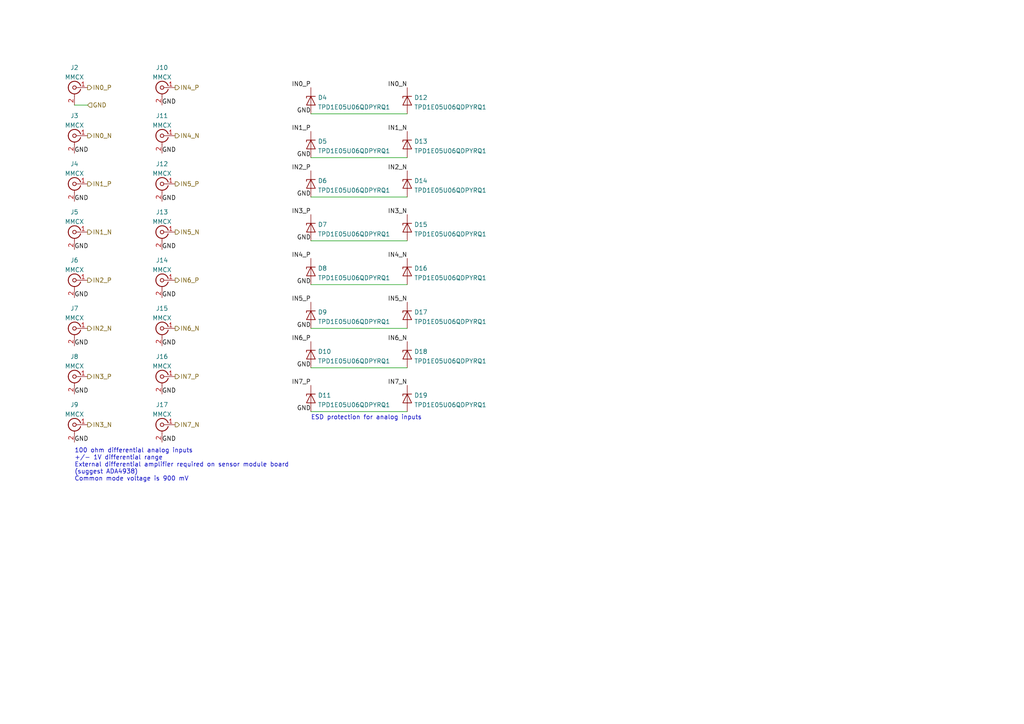
<source format=kicad_sch>
(kicad_sch (version 20211123) (generator eeschema)
  (paper "A4")
  (title_block (title "Digitizer board") (date "2023-01-29") (rev "0.1") (company "A. Zonenberg"))
  (lib_symbols
    (symbol "conn:CONN_COAXIAL" (pin_names (offset 1.016) hide)
      (property "Reference" "J" (at 0.254 3.048 0))
      (property "Value" "CONN_COAXIAL" (at 2.921 0 90))
      (symbol "CONN_COAXIAL_0_1"
        (arc (start -1.778 -0.508) (mid 0.222 -1.808) (end 1.778 0) (stroke (width 0.254)))
        (polyline (pts (xy -1.27 0) (xy -0.508 0)))
        (polyline (pts (xy 0 -2.54) (xy 0 -1.778)))
        (circle (center 0 0) (radius 0.508) (stroke (width 0.2032)))
        (arc (start 1.778 0) (mid 0.222 1.8083) (end -1.778 0.508) (stroke (width 0.254)))
      )
      (symbol "CONN_COAXIAL_1_1"
        (pin passive line (at -3.81 0 0) (length 2.54) (name "In") (number "1"))
        (pin passive line (at 0 -5.08 90) (length 2.54) (name "Ext") (number "2"))
      )
    )
    (symbol "device:D_Zener" (pin_numbers hide) (pin_names (offset 1.016) hide)
      (property "Reference" "D" (at 0 2.54 0))
      (property "Value" "D_Zener" (at 0 -2.54 0))
      (symbol "D_Zener_0_1"
        (polyline (pts (xy 1.27 0) (xy -1.27 0)))
        (polyline (pts (xy -1.27 -1.27) (xy -1.27 1.27) (xy -0.762 1.27)) (stroke (width 0.2032)))
        (polyline (pts (xy 1.27 -1.27) (xy 1.27 1.27) (xy -1.27 0) (xy 1.27 -1.27)) (stroke (width 0.2032)))
      )
      (symbol "D_Zener_1_1"
        (pin passive line (at -3.81 0 0) (length 2.54) (name "K") (number "1"))
        (pin passive line (at 3.81 0 180) (length 2.54) (name "A") (number "2"))
      )
    )
  )
  (wire (pts (xy 90.17 69.85) (xy 118.11 69.85)))
  (wire (pts (xy 90.17 45.72) (xy 118.11 45.72)))
  (wire (pts (xy 90.17 95.25) (xy 118.11 95.25)))
  (wire (pts (xy 90.17 57.15) (xy 118.11 57.15)))
  (wire (pts (xy 90.17 119.38) (xy 118.11 119.38)))
  (wire (pts (xy 90.17 106.68) (xy 118.11 106.68)))
  (wire (pts (xy 21.59 30.48) (xy 25.4 30.48)))
  (wire (pts (xy 90.17 82.55) (xy 118.11 82.55)))
  (wire (pts (xy 90.17 33.02) (xy 118.11 33.02)))
  (text "100 ohm differential analog inputs\n+/- 1V differential range\nExternal differential amplifier required on sensor module board\n(suggest ADA4938)\nCommon mode voltage is 900 mV" (at 21.59 139.7 0) (effects (font (size 1.27 1.27)) (justify left bottom)))
  (text "ESD protection for analog inputs" (at 90.17 121.92 0) (effects (font (size 1.27 1.27)) (justify left bottom)))
  (label "GND" (at 46.99 30.48 0))
  (label "GND" (at 46.99 72.39 0))
  (label "GND" (at 46.99 128.27 0))
  (label "GND" (at 90.17 45.72 180))
  (label "IN4_P" (at 90.17 74.93 180))
  (label "GND" (at 90.17 106.68 180))
  (label "GND" (at 90.17 33.02 180))
  (label "GND" (at 46.99 100.33 0))
  (label "GND" (at 21.59 100.33 0))
  (label "GND" (at 90.17 57.15 180))
  (label "GND" (at 21.59 72.39 0))
  (label "GND" (at 21.59 58.42 0))
  (label "IN6_N" (at 118.11 99.06 180))
  (label "IN7_N" (at 118.11 111.76 180))
  (label "IN1_P" (at 90.17 38.1 180))
  (label "GND" (at 90.17 82.55 180))
  (label "GND" (at 46.99 86.36 0))
  (label "IN3_N" (at 118.11 62.23 180))
  (label "GND" (at 21.59 128.27 0))
  (label "GND" (at 46.99 58.42 0))
  (label "GND" (at 90.17 95.25 180))
  (label "IN4_N" (at 118.11 74.93 180))
  (label "GND" (at 46.99 114.3 0))
  (label "IN5_P" (at 90.17 87.63 180))
  (label "IN3_P" (at 90.17 62.23 180))
  (label "GND" (at 90.17 69.85 180))
  (label "GND" (at 90.17 119.38 180))
  (label "GND" (at 21.59 114.3 0))
  (label "GND" (at 21.59 44.45 0))
  (label "IN6_P" (at 90.17 99.06 180))
  (label "IN2_P" (at 90.17 49.53 180))
  (label "IN5_N" (at 118.11 87.63 180))
  (label "GND" (at 21.59 86.36 0))
  (label "IN2_N" (at 118.11 49.53 180))
  (label "IN7_P" (at 90.17 111.76 180))
  (label "IN0_N" (at 118.11 25.4 180))
  (label "IN1_N" (at 118.11 38.1 180))
  (label "IN0_P" (at 90.17 25.4 180))
  (label "GND" (at 46.99 44.45 0))
  (hierarchical_label "IN6_P" (shape output) (at 50.8 81.28 0))
  (hierarchical_label "IN2_N" (shape output) (at 25.4 95.25 0))
  (hierarchical_label "IN4_P" (shape output) (at 50.8 25.4 0))
  (hierarchical_label "IN7_N" (shape output) (at 50.8 123.19 0))
  (hierarchical_label "GND" (shape input) (at 25.4 30.48 0))
  (hierarchical_label "IN5_P" (shape output) (at 50.8 53.34 0))
  (hierarchical_label "IN1_N" (shape output) (at 25.4 67.31 0))
  (hierarchical_label "IN3_P" (shape output) (at 25.4 109.22 0))
  (hierarchical_label "IN7_P" (shape output) (at 50.8 109.22 0))
  (hierarchical_label "IN2_P" (shape output) (at 25.4 81.28 0))
  (hierarchical_label "IN3_N" (shape output) (at 25.4 123.19 0))
  (hierarchical_label "IN0_N" (shape output) (at 25.4 39.37 0))
  (hierarchical_label "IN6_N" (shape output) (at 50.8 95.25 0))
  (hierarchical_label "IN5_N" (shape output) (at 50.8 67.31 0))
  (hierarchical_label "IN1_P" (shape output) (at 25.4 53.34 0))
  (hierarchical_label "IN0_P" (shape output) (at 25.4 25.4 0))
  (hierarchical_label "IN4_N" (shape output) (at 50.8 39.37 0))
  (symbol (lib_id "conn:CONN_COAXIAL") (at 46.99 123.19 0) (mirror y) (unit 1)
    (property "Reference" "J17" (at 46.9899 117.3969 0))
    (property "Value" "MMCX" (at 46.9899 120.172 0))
    (property "Footprint" "azonenberg_pcb:CONN_MMCX_J_P_H_ST_EM1" (effects hide))
  )
  (symbol (lib_id "conn:CONN_COAXIAL") (at 21.59 53.34 0) (mirror y) (unit 1)
    (property "Reference" "J4" (at 21.5899 47.5469 0))
    (property "Value" "MMCX" (at 21.5899 50.322 0))
    (property "Footprint" "azonenberg_pcb:CONN_MMCX_J_P_H_ST_EM1" (effects hide))
  )
  (symbol (lib_id "conn:CONN_COAXIAL") (at 46.99 25.4 0) (mirror y) (unit 1)
    (property "Reference" "J10" (at 46.9899 19.6069 0))
    (property "Value" "MMCX" (at 46.9899 22.382 0))
    (property "Footprint" "azonenberg_pcb:CONN_MMCX_J_P_H_ST_EM1" (effects hide))
  )
  (symbol (lib_id "device:D_Zener") (at 118.11 66.04 90) (mirror x) (unit 1)
    (property "Reference" "D15" (at 120.1166 65.1315 90) (effects (justify right)))
    (property "Value" "TPD1E05U06QDPYRQ1" (at 120.1166 67.9066 90) (effects (justify right)))
    (property "Footprint" "azonenberg_pcb:DFN_2_1x0.6_TI_DPY" (effects hide))
    (property "Datasheet" "https://en.wikipedia.org/wiki/Zener_diode" (effects hide))
  )
  (symbol (lib_id "device:D_Zener") (at 118.11 102.87 90) (mirror x) (unit 1)
    (property "Reference" "D18" (at 120.1166 101.9615 90) (effects (justify right)))
    (property "Value" "TPD1E05U06QDPYRQ1" (at 120.1166 104.7366 90) (effects (justify right)))
    (property "Footprint" "azonenberg_pcb:DFN_2_1x0.6_TI_DPY" (effects hide))
    (property "Datasheet" "https://en.wikipedia.org/wiki/Zener_diode" (effects hide))
  )
  (symbol (lib_id "conn:CONN_COAXIAL") (at 46.99 109.22 0) (mirror y) (unit 1)
    (property "Reference" "J16" (at 46.9899 103.4269 0))
    (property "Value" "MMCX" (at 46.9899 106.202 0))
    (property "Footprint" "azonenberg_pcb:CONN_MMCX_J_P_H_ST_EM1" (effects hide))
  )
  (symbol (lib_id "conn:CONN_COAXIAL") (at 21.59 39.37 0) (mirror y) (unit 1)
    (property "Reference" "J3" (at 21.5899 33.5769 0))
    (property "Value" "MMCX" (at 21.5899 36.352 0))
    (property "Footprint" "azonenberg_pcb:CONN_MMCX_J_P_H_ST_EM1" (effects hide))
  )
  (symbol (lib_id "device:D_Zener") (at 118.11 53.34 90) (mirror x) (unit 1)
    (property "Reference" "D14" (at 120.1166 52.4315 90) (effects (justify right)))
    (property "Value" "TPD1E05U06QDPYRQ1" (at 120.1166 55.2066 90) (effects (justify right)))
    (property "Footprint" "azonenberg_pcb:DFN_2_1x0.6_TI_DPY" (effects hide))
    (property "Datasheet" "https://en.wikipedia.org/wiki/Zener_diode" (effects hide))
  )
  (symbol (lib_id "device:D_Zener") (at 118.11 91.44 90) (mirror x) (unit 1)
    (property "Reference" "D17" (at 120.1166 90.5315 90) (effects (justify right)))
    (property "Value" "TPD1E05U06QDPYRQ1" (at 120.1166 93.3066 90) (effects (justify right)))
    (property "Footprint" "azonenberg_pcb:DFN_2_1x0.6_TI_DPY" (effects hide))
    (property "Datasheet" "https://en.wikipedia.org/wiki/Zener_diode" (effects hide))
  )
  (symbol (lib_id "device:D_Zener") (at 118.11 29.21 90) (mirror x) (unit 1)
    (property "Reference" "D12" (at 120.1166 28.3015 90) (effects (justify right)))
    (property "Value" "TPD1E05U06QDPYRQ1" (at 120.1166 31.0766 90) (effects (justify right)))
    (property "Footprint" "azonenberg_pcb:DFN_2_1x0.6_TI_DPY" (effects hide))
    (property "Datasheet" "https://en.wikipedia.org/wiki/Zener_diode" (effects hide))
  )
  (symbol (lib_id "conn:CONN_COAXIAL") (at 21.59 109.22 0) (mirror y) (unit 1)
    (property "Reference" "J8" (at 21.5899 103.4269 0))
    (property "Value" "MMCX" (at 21.5899 106.202 0))
    (property "Footprint" "azonenberg_pcb:CONN_MMCX_J_P_H_ST_EM1" (effects hide))
  )
  (symbol (lib_id "conn:CONN_COAXIAL") (at 46.99 39.37 0) (mirror y) (unit 1)
    (property "Reference" "J11" (at 46.9899 33.5769 0))
    (property "Value" "MMCX" (at 46.9899 36.352 0))
    (property "Footprint" "azonenberg_pcb:CONN_MMCX_J_P_H_ST_EM1" (effects hide))
  )
  (symbol (lib_id "conn:CONN_COAXIAL") (at 21.59 67.31 0) (mirror y) (unit 1)
    (property "Reference" "J5" (at 21.5899 61.5169 0))
    (property "Value" "MMCX" (at 21.5899 64.292 0))
    (property "Footprint" "azonenberg_pcb:CONN_MMCX_J_P_H_ST_EM1" (effects hide))
  )
  (symbol (lib_id "device:D_Zener") (at 90.17 53.34 90) (mirror x) (unit 1)
    (property "Reference" "D6" (at 92.1766 52.4315 90) (effects (justify right)))
    (property "Value" "TPD1E05U06QDPYRQ1" (at 92.1766 55.2066 90) (effects (justify right)))
    (property "Footprint" "azonenberg_pcb:DFN_2_1x0.6_TI_DPY" (effects hide))
    (property "Datasheet" "https://en.wikipedia.org/wiki/Zener_diode" (effects hide))
  )
  (symbol (lib_id "device:D_Zener") (at 118.11 115.57 90) (mirror x) (unit 1)
    (property "Reference" "D19" (at 120.1166 114.6615 90) (effects (justify right)))
    (property "Value" "TPD1E05U06QDPYRQ1" (at 120.1166 117.4366 90) (effects (justify right)))
    (property "Footprint" "azonenberg_pcb:DFN_2_1x0.6_TI_DPY" (effects hide))
    (property "Datasheet" "https://en.wikipedia.org/wiki/Zener_diode" (effects hide))
  )
  (symbol (lib_id "device:D_Zener") (at 118.11 41.91 90) (mirror x) (unit 1)
    (property "Reference" "D13" (at 120.1166 41.0015 90) (effects (justify right)))
    (property "Value" "TPD1E05U06QDPYRQ1" (at 120.1166 43.7766 90) (effects (justify right)))
    (property "Footprint" "azonenberg_pcb:DFN_2_1x0.6_TI_DPY" (effects hide))
    (property "Datasheet" "https://en.wikipedia.org/wiki/Zener_diode" (effects hide))
  )
  (symbol (lib_id "device:D_Zener") (at 118.11 78.74 90) (mirror x) (unit 1)
    (property "Reference" "D16" (at 120.1166 77.8315 90) (effects (justify right)))
    (property "Value" "TPD1E05U06QDPYRQ1" (at 120.1166 80.6066 90) (effects (justify right)))
    (property "Footprint" "azonenberg_pcb:DFN_2_1x0.6_TI_DPY" (effects hide))
    (property "Datasheet" "https://en.wikipedia.org/wiki/Zener_diode" (effects hide))
  )
  (symbol (lib_id "device:D_Zener") (at 90.17 115.57 90) (mirror x) (unit 1)
    (property "Reference" "D11" (at 92.1766 114.6615 90) (effects (justify right)))
    (property "Value" "TPD1E05U06QDPYRQ1" (at 92.1766 117.4366 90) (effects (justify right)))
    (property "Footprint" "azonenberg_pcb:DFN_2_1x0.6_TI_DPY" (effects hide))
    (property "Datasheet" "https://en.wikipedia.org/wiki/Zener_diode" (effects hide))
  )
  (symbol (lib_id "conn:CONN_COAXIAL") (at 21.59 25.4 0) (mirror y) (unit 1)
    (property "Reference" "J2" (at 21.5899 19.6069 0))
    (property "Value" "MMCX" (at 21.5899 22.382 0))
    (property "Footprint" "azonenberg_pcb:CONN_MMCX_J_P_H_ST_EM1" (effects hide))
  )
  (symbol (lib_id "conn:CONN_COAXIAL") (at 21.59 95.25 0) (mirror y) (unit 1)
    (property "Reference" "J7" (at 21.5899 89.4569 0))
    (property "Value" "MMCX" (at 21.5899 92.232 0))
    (property "Footprint" "azonenberg_pcb:CONN_MMCX_J_P_H_ST_EM1" (effects hide))
  )
  (symbol (lib_id "conn:CONN_COAXIAL") (at 46.99 81.28 0) (mirror y) (unit 1)
    (property "Reference" "J14" (at 46.9899 75.4869 0))
    (property "Value" "MMCX" (at 46.9899 78.262 0))
    (property "Footprint" "azonenberg_pcb:CONN_MMCX_J_P_H_ST_EM1" (effects hide))
  )
  (symbol (lib_id "device:D_Zener") (at 90.17 29.21 90) (mirror x) (unit 1)
    (property "Reference" "D4" (at 92.1766 28.3015 90) (effects (justify right)))
    (property "Value" "TPD1E05U06QDPYRQ1" (at 92.1766 31.0766 90) (effects (justify right)))
    (property "Footprint" "azonenberg_pcb:DFN_2_1x0.6_TI_DPY" (effects hide))
    (property "Datasheet" "https://en.wikipedia.org/wiki/Zener_diode" (effects hide))
  )
  (symbol (lib_id "device:D_Zener") (at 90.17 102.87 90) (mirror x) (unit 1)
    (property "Reference" "D10" (at 92.1766 101.9615 90) (effects (justify right)))
    (property "Value" "TPD1E05U06QDPYRQ1" (at 92.1766 104.7366 90) (effects (justify right)))
    (property "Footprint" "azonenberg_pcb:DFN_2_1x0.6_TI_DPY" (effects hide))
    (property "Datasheet" "https://en.wikipedia.org/wiki/Zener_diode" (effects hide))
  )
  (symbol (lib_id "conn:CONN_COAXIAL") (at 46.99 95.25 0) (mirror y) (unit 1)
    (property "Reference" "J15" (at 46.9899 89.4569 0))
    (property "Value" "MMCX" (at 46.9899 92.232 0))
    (property "Footprint" "azonenberg_pcb:CONN_MMCX_J_P_H_ST_EM1" (effects hide))
  )
  (symbol (lib_id "conn:CONN_COAXIAL") (at 46.99 67.31 0) (mirror y) (unit 1)
    (property "Reference" "J13" (at 46.9899 61.5169 0))
    (property "Value" "MMCX" (at 46.9899 64.292 0))
    (property "Footprint" "azonenberg_pcb:CONN_MMCX_J_P_H_ST_EM1" (effects hide))
  )
  (symbol (lib_id "device:D_Zener") (at 90.17 66.04 90) (mirror x) (unit 1)
    (property "Reference" "D7" (at 92.1766 65.1315 90) (effects (justify right)))
    (property "Value" "TPD1E05U06QDPYRQ1" (at 92.1766 67.9066 90) (effects (justify right)))
    (property "Footprint" "azonenberg_pcb:DFN_2_1x0.6_TI_DPY" (effects hide))
    (property "Datasheet" "https://en.wikipedia.org/wiki/Zener_diode" (effects hide))
  )
  (symbol (lib_id "conn:CONN_COAXIAL") (at 21.59 81.28 0) (mirror y) (unit 1)
    (property "Reference" "J6" (at 21.5899 75.4869 0))
    (property "Value" "MMCX" (at 21.5899 78.262 0))
    (property "Footprint" "azonenberg_pcb:CONN_MMCX_J_P_H_ST_EM1" (effects hide))
  )
  (symbol (lib_id "device:D_Zener") (at 90.17 41.91 90) (mirror x) (unit 1)
    (property "Reference" "D5" (at 92.1766 41.0015 90) (effects (justify right)))
    (property "Value" "TPD1E05U06QDPYRQ1" (at 92.1766 43.7766 90) (effects (justify right)))
    (property "Footprint" "azonenberg_pcb:DFN_2_1x0.6_TI_DPY" (effects hide))
    (property "Datasheet" "https://en.wikipedia.org/wiki/Zener_diode" (effects hide))
  )
  (symbol (lib_id "device:D_Zener") (at 90.17 78.74 90) (mirror x) (unit 1)
    (property "Reference" "D8" (at 92.1766 77.8315 90) (effects (justify right)))
    (property "Value" "TPD1E05U06QDPYRQ1" (at 92.1766 80.6066 90) (effects (justify right)))
    (property "Footprint" "azonenberg_pcb:DFN_2_1x0.6_TI_DPY" (effects hide))
    (property "Datasheet" "https://en.wikipedia.org/wiki/Zener_diode" (effects hide))
  )
  (symbol (lib_id "conn:CONN_COAXIAL") (at 46.99 53.34 0) (mirror y) (unit 1)
    (property "Reference" "J12" (at 46.9899 47.5469 0))
    (property "Value" "MMCX" (at 46.9899 50.322 0))
    (property "Footprint" "azonenberg_pcb:CONN_MMCX_J_P_H_ST_EM1" (effects hide))
  )
  (symbol (lib_id "conn:CONN_COAXIAL") (at 21.59 123.19 0) (mirror y) (unit 1)
    (property "Reference" "J9" (at 21.5899 117.3969 0))
    (property "Value" "MMCX" (at 21.5899 120.172 0))
    (property "Footprint" "azonenberg_pcb:CONN_MMCX_J_P_H_ST_EM1" (effects hide))
  )
  (symbol (lib_id "device:D_Zener") (at 90.17 91.44 90) (mirror x) (unit 1)
    (property "Reference" "D9" (at 92.1766 90.5315 90) (effects (justify right)))
    (property "Value" "TPD1E05U06QDPYRQ1" (at 92.1766 93.3066 90) (effects (justify right)))
    (property "Footprint" "azonenberg_pcb:DFN_2_1x0.6_TI_DPY" (effects hide))
    (property "Datasheet" "https://en.wikipedia.org/wiki/Zener_diode" (effects hide))
  )
)
</source>
